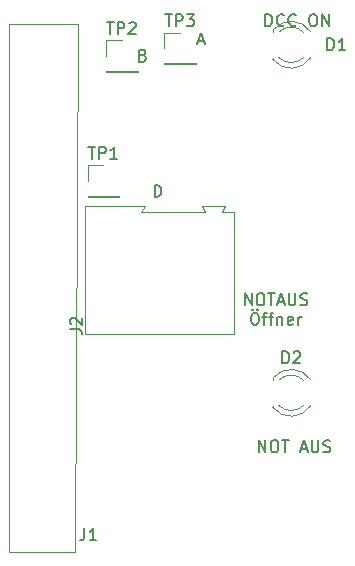
<source format=gbr>
G04 #@! TF.GenerationSoftware,KiCad,Pcbnew,5.1.6-c6e7f7d~87~ubuntu18.04.1*
G04 #@! TF.CreationDate,2020-08-09T11:44:03+02:00*
G04 #@! TF.ProjectId,sboxnet-dccgen,73626f78-6e65-4742-9d64-636367656e2e,rev?*
G04 #@! TF.SameCoordinates,Original*
G04 #@! TF.FileFunction,Legend,Top*
G04 #@! TF.FilePolarity,Positive*
%FSLAX46Y46*%
G04 Gerber Fmt 4.6, Leading zero omitted, Abs format (unit mm)*
G04 Created by KiCad (PCBNEW 5.1.6-c6e7f7d~87~ubuntu18.04.1) date 2020-08-09 11:44:03*
%MOMM*%
%LPD*%
G01*
G04 APERTURE LIST*
%ADD10C,0.150000*%
%ADD11C,0.120000*%
G04 APERTURE END LIST*
D10*
X39738095Y-65452380D02*
X39738095Y-64452380D01*
X39976190Y-64452380D01*
X40119047Y-64500000D01*
X40214285Y-64595238D01*
X40261904Y-64690476D01*
X40309523Y-64880952D01*
X40309523Y-65023809D01*
X40261904Y-65214285D01*
X40214285Y-65309523D01*
X40119047Y-65404761D01*
X39976190Y-65452380D01*
X39738095Y-65452380D01*
X47380952Y-74627380D02*
X47380952Y-73627380D01*
X47952380Y-74627380D01*
X47952380Y-73627380D01*
X48619047Y-73627380D02*
X48809523Y-73627380D01*
X48904761Y-73675000D01*
X49000000Y-73770238D01*
X49047619Y-73960714D01*
X49047619Y-74294047D01*
X49000000Y-74484523D01*
X48904761Y-74579761D01*
X48809523Y-74627380D01*
X48619047Y-74627380D01*
X48523809Y-74579761D01*
X48428571Y-74484523D01*
X48380952Y-74294047D01*
X48380952Y-73960714D01*
X48428571Y-73770238D01*
X48523809Y-73675000D01*
X48619047Y-73627380D01*
X49333333Y-73627380D02*
X49904761Y-73627380D01*
X49619047Y-74627380D02*
X49619047Y-73627380D01*
X50190476Y-74341666D02*
X50666666Y-74341666D01*
X50095238Y-74627380D02*
X50428571Y-73627380D01*
X50761904Y-74627380D01*
X51095238Y-73627380D02*
X51095238Y-74436904D01*
X51142857Y-74532142D01*
X51190476Y-74579761D01*
X51285714Y-74627380D01*
X51476190Y-74627380D01*
X51571428Y-74579761D01*
X51619047Y-74532142D01*
X51666666Y-74436904D01*
X51666666Y-73627380D01*
X52095238Y-74579761D02*
X52238095Y-74627380D01*
X52476190Y-74627380D01*
X52571428Y-74579761D01*
X52619047Y-74532142D01*
X52666666Y-74436904D01*
X52666666Y-74341666D01*
X52619047Y-74246428D01*
X52571428Y-74198809D01*
X52476190Y-74151190D01*
X52285714Y-74103571D01*
X52190476Y-74055952D01*
X52142857Y-74008333D01*
X52095238Y-73913095D01*
X52095238Y-73817857D01*
X52142857Y-73722619D01*
X52190476Y-73675000D01*
X52285714Y-73627380D01*
X52523809Y-73627380D01*
X52666666Y-73675000D01*
X48142857Y-75277380D02*
X48333333Y-75277380D01*
X48428571Y-75325000D01*
X48523809Y-75420238D01*
X48571428Y-75610714D01*
X48571428Y-75944047D01*
X48523809Y-76134523D01*
X48428571Y-76229761D01*
X48333333Y-76277380D01*
X48142857Y-76277380D01*
X48047619Y-76229761D01*
X47952380Y-76134523D01*
X47904761Y-75944047D01*
X47904761Y-75610714D01*
X47952380Y-75420238D01*
X48047619Y-75325000D01*
X48142857Y-75277380D01*
X48047619Y-74944047D02*
X48095238Y-74991666D01*
X48047619Y-75039285D01*
X48000000Y-74991666D01*
X48047619Y-74944047D01*
X48047619Y-75039285D01*
X48428571Y-74944047D02*
X48476190Y-74991666D01*
X48428571Y-75039285D01*
X48380952Y-74991666D01*
X48428571Y-74944047D01*
X48428571Y-75039285D01*
X48857142Y-75610714D02*
X49238095Y-75610714D01*
X49000000Y-76277380D02*
X49000000Y-75420238D01*
X49047619Y-75325000D01*
X49142857Y-75277380D01*
X49238095Y-75277380D01*
X49428571Y-75610714D02*
X49809523Y-75610714D01*
X49571428Y-76277380D02*
X49571428Y-75420238D01*
X49619047Y-75325000D01*
X49714285Y-75277380D01*
X49809523Y-75277380D01*
X50142857Y-75610714D02*
X50142857Y-76277380D01*
X50142857Y-75705952D02*
X50190476Y-75658333D01*
X50285714Y-75610714D01*
X50428571Y-75610714D01*
X50523809Y-75658333D01*
X50571428Y-75753571D01*
X50571428Y-76277380D01*
X51428571Y-76229761D02*
X51333333Y-76277380D01*
X51142857Y-76277380D01*
X51047619Y-76229761D01*
X51000000Y-76134523D01*
X51000000Y-75753571D01*
X51047619Y-75658333D01*
X51142857Y-75610714D01*
X51333333Y-75610714D01*
X51428571Y-75658333D01*
X51476190Y-75753571D01*
X51476190Y-75848809D01*
X51000000Y-75944047D01*
X51904761Y-76277380D02*
X51904761Y-75610714D01*
X51904761Y-75801190D02*
X51952380Y-75705952D01*
X52000000Y-75658333D01*
X52095238Y-75610714D01*
X52190476Y-75610714D01*
X43449904Y-52262066D02*
X43926095Y-52262066D01*
X43354666Y-52547780D02*
X43688000Y-51547780D01*
X44021333Y-52547780D01*
X38755628Y-53471771D02*
X38898485Y-53519390D01*
X38946104Y-53567009D01*
X38993723Y-53662247D01*
X38993723Y-53805104D01*
X38946104Y-53900342D01*
X38898485Y-53947961D01*
X38803247Y-53995580D01*
X38422295Y-53995580D01*
X38422295Y-52995580D01*
X38755628Y-52995580D01*
X38850866Y-53043200D01*
X38898485Y-53090819D01*
X38946104Y-53186057D01*
X38946104Y-53281295D01*
X38898485Y-53376533D01*
X38850866Y-53424152D01*
X38755628Y-53471771D01*
X38422295Y-53471771D01*
X48562000Y-87066380D02*
X48562000Y-86066380D01*
X49133428Y-87066380D01*
X49133428Y-86066380D01*
X49800095Y-86066380D02*
X49990571Y-86066380D01*
X50085809Y-86114000D01*
X50181047Y-86209238D01*
X50228666Y-86399714D01*
X50228666Y-86733047D01*
X50181047Y-86923523D01*
X50085809Y-87018761D01*
X49990571Y-87066380D01*
X49800095Y-87066380D01*
X49704857Y-87018761D01*
X49609619Y-86923523D01*
X49562000Y-86733047D01*
X49562000Y-86399714D01*
X49609619Y-86209238D01*
X49704857Y-86114000D01*
X49800095Y-86066380D01*
X50514380Y-86066380D02*
X51085809Y-86066380D01*
X50800095Y-87066380D02*
X50800095Y-86066380D01*
X52133428Y-86780666D02*
X52609619Y-86780666D01*
X52038190Y-87066380D02*
X52371523Y-86066380D01*
X52704857Y-87066380D01*
X53038190Y-86066380D02*
X53038190Y-86875904D01*
X53085809Y-86971142D01*
X53133428Y-87018761D01*
X53228666Y-87066380D01*
X53419142Y-87066380D01*
X53514380Y-87018761D01*
X53562000Y-86971142D01*
X53609619Y-86875904D01*
X53609619Y-86066380D01*
X54038190Y-87018761D02*
X54181047Y-87066380D01*
X54419142Y-87066380D01*
X54514380Y-87018761D01*
X54562000Y-86971142D01*
X54609619Y-86875904D01*
X54609619Y-86780666D01*
X54562000Y-86685428D01*
X54514380Y-86637809D01*
X54419142Y-86590190D01*
X54228666Y-86542571D01*
X54133428Y-86494952D01*
X54085809Y-86447333D01*
X54038190Y-86352095D01*
X54038190Y-86256857D01*
X54085809Y-86161619D01*
X54133428Y-86114000D01*
X54228666Y-86066380D01*
X54466761Y-86066380D01*
X54609619Y-86114000D01*
X49125523Y-50998380D02*
X49125523Y-49998380D01*
X49363619Y-49998380D01*
X49506476Y-50046000D01*
X49601714Y-50141238D01*
X49649333Y-50236476D01*
X49696952Y-50426952D01*
X49696952Y-50569809D01*
X49649333Y-50760285D01*
X49601714Y-50855523D01*
X49506476Y-50950761D01*
X49363619Y-50998380D01*
X49125523Y-50998380D01*
X50696952Y-50903142D02*
X50649333Y-50950761D01*
X50506476Y-50998380D01*
X50411238Y-50998380D01*
X50268380Y-50950761D01*
X50173142Y-50855523D01*
X50125523Y-50760285D01*
X50077904Y-50569809D01*
X50077904Y-50426952D01*
X50125523Y-50236476D01*
X50173142Y-50141238D01*
X50268380Y-50046000D01*
X50411238Y-49998380D01*
X50506476Y-49998380D01*
X50649333Y-50046000D01*
X50696952Y-50093619D01*
X51696952Y-50903142D02*
X51649333Y-50950761D01*
X51506476Y-50998380D01*
X51411238Y-50998380D01*
X51268380Y-50950761D01*
X51173142Y-50855523D01*
X51125523Y-50760285D01*
X51077904Y-50569809D01*
X51077904Y-50426952D01*
X51125523Y-50236476D01*
X51173142Y-50141238D01*
X51268380Y-50046000D01*
X51411238Y-49998380D01*
X51506476Y-49998380D01*
X51649333Y-50046000D01*
X51696952Y-50093619D01*
X53077904Y-49998380D02*
X53268380Y-49998380D01*
X53363619Y-50046000D01*
X53458857Y-50141238D01*
X53506476Y-50331714D01*
X53506476Y-50665047D01*
X53458857Y-50855523D01*
X53363619Y-50950761D01*
X53268380Y-50998380D01*
X53077904Y-50998380D01*
X52982666Y-50950761D01*
X52887428Y-50855523D01*
X52839809Y-50665047D01*
X52839809Y-50331714D01*
X52887428Y-50141238D01*
X52982666Y-50046000D01*
X53077904Y-49998380D01*
X53935047Y-50998380D02*
X53935047Y-49998380D01*
X54506476Y-50998380D01*
X54506476Y-49998380D01*
D11*
X33020000Y-95504000D02*
X33274000Y-50800000D01*
X33274000Y-50800000D02*
X27432000Y-50800000D01*
X27432000Y-50800000D02*
X27432000Y-94742000D01*
X27432000Y-94742000D02*
X27432000Y-95504000D01*
X27432000Y-95504000D02*
X33020000Y-95504000D01*
X40580000Y-51552800D02*
X41910000Y-51552800D01*
X40580000Y-52882800D02*
X40580000Y-51552800D01*
X40580000Y-54152800D02*
X43240000Y-54152800D01*
X43240000Y-54152800D02*
X43240000Y-54212800D01*
X40580000Y-54152800D02*
X40580000Y-54212800D01*
X40580000Y-54212800D02*
X43240000Y-54212800D01*
X35652400Y-52213200D02*
X36982400Y-52213200D01*
X35652400Y-53543200D02*
X35652400Y-52213200D01*
X35652400Y-54813200D02*
X38312400Y-54813200D01*
X38312400Y-54813200D02*
X38312400Y-54873200D01*
X35652400Y-54813200D02*
X35652400Y-54873200D01*
X35652400Y-54873200D02*
X38312400Y-54873200D01*
X34070000Y-62770000D02*
X35400000Y-62770000D01*
X34070000Y-64100000D02*
X34070000Y-62770000D01*
X34070000Y-65370000D02*
X36730000Y-65370000D01*
X36730000Y-65370000D02*
X36730000Y-65430000D01*
X34070000Y-65370000D02*
X34070000Y-65430000D01*
X34070000Y-65430000D02*
X36730000Y-65430000D01*
X49748000Y-51342000D02*
X49748000Y-51498000D01*
X49748000Y-53658000D02*
X49748000Y-53814000D01*
X52349130Y-53657837D02*
G75*
G02*
X50267039Y-53658000I-1041130J1079837D01*
G01*
X52349130Y-51498163D02*
G75*
G03*
X50267039Y-51498000I-1041130J-1079837D01*
G01*
X52980335Y-53656608D02*
G75*
G02*
X49748000Y-53813516I-1672335J1078608D01*
G01*
X52980335Y-51499392D02*
G75*
G03*
X49748000Y-51342484I-1672335J-1078608D01*
G01*
X49748000Y-80806000D02*
X49748000Y-80962000D01*
X49748000Y-83122000D02*
X49748000Y-83278000D01*
X52349130Y-83121837D02*
G75*
G02*
X50267039Y-83122000I-1041130J1079837D01*
G01*
X52349130Y-80962163D02*
G75*
G03*
X50267039Y-80962000I-1041130J-1079837D01*
G01*
X52980335Y-83120608D02*
G75*
G02*
X49748000Y-83277516I-1672335J1078608D01*
G01*
X52980335Y-80963392D02*
G75*
G03*
X49748000Y-80806484I-1672335J-1078608D01*
G01*
X33832000Y-77072000D02*
X46432000Y-77072000D01*
X46432000Y-77072000D02*
X46432000Y-66722000D01*
X46432000Y-66722000D02*
X45482000Y-66722000D01*
X45482000Y-66722000D02*
X45732000Y-66222000D01*
X45732000Y-66222000D02*
X43832000Y-66222000D01*
X43832000Y-66222000D02*
X43782000Y-66222000D01*
X43782000Y-66222000D02*
X44032000Y-66722000D01*
X44032000Y-66722000D02*
X38632000Y-66722000D01*
X38632000Y-66722000D02*
X38932000Y-66222000D01*
X38932000Y-66222000D02*
X33832000Y-66222000D01*
X33832000Y-66222000D02*
X33832000Y-77072000D01*
D10*
X33806666Y-93512380D02*
X33806666Y-94226666D01*
X33759047Y-94369523D01*
X33663809Y-94464761D01*
X33520952Y-94512380D01*
X33425714Y-94512380D01*
X34806666Y-94512380D02*
X34235238Y-94512380D01*
X34520952Y-94512380D02*
X34520952Y-93512380D01*
X34425714Y-93655238D01*
X34330476Y-93750476D01*
X34235238Y-93798095D01*
X40648095Y-50005180D02*
X41219523Y-50005180D01*
X40933809Y-51005180D02*
X40933809Y-50005180D01*
X41552857Y-51005180D02*
X41552857Y-50005180D01*
X41933809Y-50005180D01*
X42029047Y-50052800D01*
X42076666Y-50100419D01*
X42124285Y-50195657D01*
X42124285Y-50338514D01*
X42076666Y-50433752D01*
X42029047Y-50481371D01*
X41933809Y-50528990D01*
X41552857Y-50528990D01*
X42457619Y-50005180D02*
X43076666Y-50005180D01*
X42743333Y-50386133D01*
X42886190Y-50386133D01*
X42981428Y-50433752D01*
X43029047Y-50481371D01*
X43076666Y-50576609D01*
X43076666Y-50814704D01*
X43029047Y-50909942D01*
X42981428Y-50957561D01*
X42886190Y-51005180D01*
X42600476Y-51005180D01*
X42505238Y-50957561D01*
X42457619Y-50909942D01*
X35720495Y-50665580D02*
X36291923Y-50665580D01*
X36006209Y-51665580D02*
X36006209Y-50665580D01*
X36625257Y-51665580D02*
X36625257Y-50665580D01*
X37006209Y-50665580D01*
X37101447Y-50713200D01*
X37149066Y-50760819D01*
X37196685Y-50856057D01*
X37196685Y-50998914D01*
X37149066Y-51094152D01*
X37101447Y-51141771D01*
X37006209Y-51189390D01*
X36625257Y-51189390D01*
X37577638Y-50760819D02*
X37625257Y-50713200D01*
X37720495Y-50665580D01*
X37958590Y-50665580D01*
X38053828Y-50713200D01*
X38101447Y-50760819D01*
X38149066Y-50856057D01*
X38149066Y-50951295D01*
X38101447Y-51094152D01*
X37530019Y-51665580D01*
X38149066Y-51665580D01*
X34138095Y-61222380D02*
X34709523Y-61222380D01*
X34423809Y-62222380D02*
X34423809Y-61222380D01*
X35042857Y-62222380D02*
X35042857Y-61222380D01*
X35423809Y-61222380D01*
X35519047Y-61270000D01*
X35566666Y-61317619D01*
X35614285Y-61412857D01*
X35614285Y-61555714D01*
X35566666Y-61650952D01*
X35519047Y-61698571D01*
X35423809Y-61746190D01*
X35042857Y-61746190D01*
X36566666Y-62222380D02*
X35995238Y-62222380D01*
X36280952Y-62222380D02*
X36280952Y-61222380D01*
X36185714Y-61365238D01*
X36090476Y-61460476D01*
X35995238Y-61508095D01*
X54379904Y-53030380D02*
X54379904Y-52030380D01*
X54618000Y-52030380D01*
X54760857Y-52078000D01*
X54856095Y-52173238D01*
X54903714Y-52268476D01*
X54951333Y-52458952D01*
X54951333Y-52601809D01*
X54903714Y-52792285D01*
X54856095Y-52887523D01*
X54760857Y-52982761D01*
X54618000Y-53030380D01*
X54379904Y-53030380D01*
X55903714Y-53030380D02*
X55332285Y-53030380D01*
X55618000Y-53030380D02*
X55618000Y-52030380D01*
X55522761Y-52173238D01*
X55427523Y-52268476D01*
X55332285Y-52316095D01*
X50569904Y-79534380D02*
X50569904Y-78534380D01*
X50808000Y-78534380D01*
X50950857Y-78582000D01*
X51046095Y-78677238D01*
X51093714Y-78772476D01*
X51141333Y-78962952D01*
X51141333Y-79105809D01*
X51093714Y-79296285D01*
X51046095Y-79391523D01*
X50950857Y-79486761D01*
X50808000Y-79534380D01*
X50569904Y-79534380D01*
X51522285Y-78629619D02*
X51569904Y-78582000D01*
X51665142Y-78534380D01*
X51903238Y-78534380D01*
X51998476Y-78582000D01*
X52046095Y-78629619D01*
X52093714Y-78724857D01*
X52093714Y-78820095D01*
X52046095Y-78962952D01*
X51474666Y-79534380D01*
X52093714Y-79534380D01*
X32594380Y-76675333D02*
X33308666Y-76675333D01*
X33451523Y-76722952D01*
X33546761Y-76818190D01*
X33594380Y-76961047D01*
X33594380Y-77056285D01*
X32689619Y-76246761D02*
X32642000Y-76199142D01*
X32594380Y-76103904D01*
X32594380Y-75865809D01*
X32642000Y-75770571D01*
X32689619Y-75722952D01*
X32784857Y-75675333D01*
X32880095Y-75675333D01*
X33022952Y-75722952D01*
X33594380Y-76294380D01*
X33594380Y-75675333D01*
M02*

</source>
